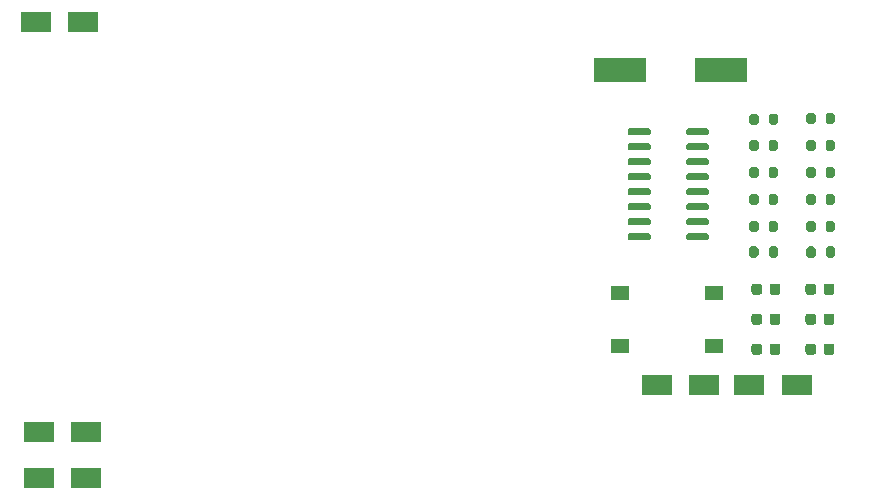
<source format=gbr>
%TF.GenerationSoftware,KiCad,Pcbnew,(5.1.10)-1*%
%TF.CreationDate,2021-10-27T22:41:58+01:00*%
%TF.ProjectId,flowcontrol,666c6f77-636f-46e7-9472-6f6c2e6b6963,rev?*%
%TF.SameCoordinates,Original*%
%TF.FileFunction,Paste,Top*%
%TF.FilePolarity,Positive*%
%FSLAX46Y46*%
G04 Gerber Fmt 4.6, Leading zero omitted, Abs format (unit mm)*
G04 Created by KiCad (PCBNEW (5.1.10)-1) date 2021-10-27 22:41:58*
%MOMM*%
%LPD*%
G01*
G04 APERTURE LIST*
%ADD10R,1.550000X1.300000*%
%ADD11R,2.500000X1.800000*%
%ADD12R,4.500000X2.000000*%
G04 APERTURE END LIST*
%TO.C,R12*%
G36*
G01*
X170288000Y-84349000D02*
X170288000Y-83799000D01*
G75*
G02*
X170488000Y-83599000I200000J0D01*
G01*
X170888000Y-83599000D01*
G75*
G02*
X171088000Y-83799000I0J-200000D01*
G01*
X171088000Y-84349000D01*
G75*
G02*
X170888000Y-84549000I-200000J0D01*
G01*
X170488000Y-84549000D01*
G75*
G02*
X170288000Y-84349000I0J200000D01*
G01*
G37*
G36*
G01*
X168638000Y-84349000D02*
X168638000Y-83799000D01*
G75*
G02*
X168838000Y-83599000I200000J0D01*
G01*
X169238000Y-83599000D01*
G75*
G02*
X169438000Y-83799000I0J-200000D01*
G01*
X169438000Y-84349000D01*
G75*
G02*
X169238000Y-84549000I-200000J0D01*
G01*
X168838000Y-84549000D01*
G75*
G02*
X168638000Y-84349000I0J200000D01*
G01*
G37*
%TD*%
%TO.C,R11*%
G36*
G01*
X165462000Y-84411000D02*
X165462000Y-83861000D01*
G75*
G02*
X165662000Y-83661000I200000J0D01*
G01*
X166062000Y-83661000D01*
G75*
G02*
X166262000Y-83861000I0J-200000D01*
G01*
X166262000Y-84411000D01*
G75*
G02*
X166062000Y-84611000I-200000J0D01*
G01*
X165662000Y-84611000D01*
G75*
G02*
X165462000Y-84411000I0J200000D01*
G01*
G37*
G36*
G01*
X163812000Y-84411000D02*
X163812000Y-83861000D01*
G75*
G02*
X164012000Y-83661000I200000J0D01*
G01*
X164412000Y-83661000D01*
G75*
G02*
X164612000Y-83861000I0J-200000D01*
G01*
X164612000Y-84411000D01*
G75*
G02*
X164412000Y-84611000I-200000J0D01*
G01*
X164012000Y-84611000D01*
G75*
G02*
X163812000Y-84411000I0J200000D01*
G01*
G37*
%TD*%
%TO.C,R10*%
G36*
G01*
X165462000Y-86635000D02*
X165462000Y-86085000D01*
G75*
G02*
X165662000Y-85885000I200000J0D01*
G01*
X166062000Y-85885000D01*
G75*
G02*
X166262000Y-86085000I0J-200000D01*
G01*
X166262000Y-86635000D01*
G75*
G02*
X166062000Y-86835000I-200000J0D01*
G01*
X165662000Y-86835000D01*
G75*
G02*
X165462000Y-86635000I0J200000D01*
G01*
G37*
G36*
G01*
X163812000Y-86635000D02*
X163812000Y-86085000D01*
G75*
G02*
X164012000Y-85885000I200000J0D01*
G01*
X164412000Y-85885000D01*
G75*
G02*
X164612000Y-86085000I0J-200000D01*
G01*
X164612000Y-86635000D01*
G75*
G02*
X164412000Y-86835000I-200000J0D01*
G01*
X164012000Y-86835000D01*
G75*
G02*
X163812000Y-86635000I0J200000D01*
G01*
G37*
%TD*%
%TO.C,R9*%
G36*
G01*
X170288000Y-86635000D02*
X170288000Y-86085000D01*
G75*
G02*
X170488000Y-85885000I200000J0D01*
G01*
X170888000Y-85885000D01*
G75*
G02*
X171088000Y-86085000I0J-200000D01*
G01*
X171088000Y-86635000D01*
G75*
G02*
X170888000Y-86835000I-200000J0D01*
G01*
X170488000Y-86835000D01*
G75*
G02*
X170288000Y-86635000I0J200000D01*
G01*
G37*
G36*
G01*
X168638000Y-86635000D02*
X168638000Y-86085000D01*
G75*
G02*
X168838000Y-85885000I200000J0D01*
G01*
X169238000Y-85885000D01*
G75*
G02*
X169438000Y-86085000I0J-200000D01*
G01*
X169438000Y-86635000D01*
G75*
G02*
X169238000Y-86835000I-200000J0D01*
G01*
X168838000Y-86835000D01*
G75*
G02*
X168638000Y-86635000I0J200000D01*
G01*
G37*
%TD*%
D10*
%TO.C,SW1*%
X160806000Y-103362000D03*
X160806000Y-98862000D03*
X152856000Y-98862000D03*
X152856000Y-103362000D03*
%TD*%
%TO.C,C6*%
G36*
G01*
X168572000Y-103870000D02*
X168572000Y-103370000D01*
G75*
G02*
X168797000Y-103145000I225000J0D01*
G01*
X169247000Y-103145000D01*
G75*
G02*
X169472000Y-103370000I0J-225000D01*
G01*
X169472000Y-103870000D01*
G75*
G02*
X169247000Y-104095000I-225000J0D01*
G01*
X168797000Y-104095000D01*
G75*
G02*
X168572000Y-103870000I0J225000D01*
G01*
G37*
G36*
G01*
X170122000Y-103870000D02*
X170122000Y-103370000D01*
G75*
G02*
X170347000Y-103145000I225000J0D01*
G01*
X170797000Y-103145000D01*
G75*
G02*
X171022000Y-103370000I0J-225000D01*
G01*
X171022000Y-103870000D01*
G75*
G02*
X170797000Y-104095000I-225000J0D01*
G01*
X170347000Y-104095000D01*
G75*
G02*
X170122000Y-103870000I0J225000D01*
G01*
G37*
%TD*%
%TO.C,C4*%
G36*
G01*
X168572000Y-98790000D02*
X168572000Y-98290000D01*
G75*
G02*
X168797000Y-98065000I225000J0D01*
G01*
X169247000Y-98065000D01*
G75*
G02*
X169472000Y-98290000I0J-225000D01*
G01*
X169472000Y-98790000D01*
G75*
G02*
X169247000Y-99015000I-225000J0D01*
G01*
X168797000Y-99015000D01*
G75*
G02*
X168572000Y-98790000I0J225000D01*
G01*
G37*
G36*
G01*
X170122000Y-98790000D02*
X170122000Y-98290000D01*
G75*
G02*
X170347000Y-98065000I225000J0D01*
G01*
X170797000Y-98065000D01*
G75*
G02*
X171022000Y-98290000I0J-225000D01*
G01*
X171022000Y-98790000D01*
G75*
G02*
X170797000Y-99015000I-225000J0D01*
G01*
X170347000Y-99015000D01*
G75*
G02*
X170122000Y-98790000I0J225000D01*
G01*
G37*
%TD*%
%TO.C,R5*%
G36*
G01*
X165450000Y-95667000D02*
X165450000Y-95117000D01*
G75*
G02*
X165650000Y-94917000I200000J0D01*
G01*
X166050000Y-94917000D01*
G75*
G02*
X166250000Y-95117000I0J-200000D01*
G01*
X166250000Y-95667000D01*
G75*
G02*
X166050000Y-95867000I-200000J0D01*
G01*
X165650000Y-95867000D01*
G75*
G02*
X165450000Y-95667000I0J200000D01*
G01*
G37*
G36*
G01*
X163800000Y-95667000D02*
X163800000Y-95117000D01*
G75*
G02*
X164000000Y-94917000I200000J0D01*
G01*
X164400000Y-94917000D01*
G75*
G02*
X164600000Y-95117000I0J-200000D01*
G01*
X164600000Y-95667000D01*
G75*
G02*
X164400000Y-95867000I-200000J0D01*
G01*
X164000000Y-95867000D01*
G75*
G02*
X163800000Y-95667000I0J200000D01*
G01*
G37*
%TD*%
%TO.C,R6*%
G36*
G01*
X168638000Y-95667000D02*
X168638000Y-95117000D01*
G75*
G02*
X168838000Y-94917000I200000J0D01*
G01*
X169238000Y-94917000D01*
G75*
G02*
X169438000Y-95117000I0J-200000D01*
G01*
X169438000Y-95667000D01*
G75*
G02*
X169238000Y-95867000I-200000J0D01*
G01*
X168838000Y-95867000D01*
G75*
G02*
X168638000Y-95667000I0J200000D01*
G01*
G37*
G36*
G01*
X170288000Y-95667000D02*
X170288000Y-95117000D01*
G75*
G02*
X170488000Y-94917000I200000J0D01*
G01*
X170888000Y-94917000D01*
G75*
G02*
X171088000Y-95117000I0J-200000D01*
G01*
X171088000Y-95667000D01*
G75*
G02*
X170888000Y-95867000I-200000J0D01*
G01*
X170488000Y-95867000D01*
G75*
G02*
X170288000Y-95667000I0J200000D01*
G01*
G37*
%TD*%
D11*
%TO.C,D1*%
X156020000Y-106680000D03*
X160020000Y-106680000D03*
%TD*%
%TO.C,D2*%
X167830000Y-106680000D03*
X163830000Y-106680000D03*
%TD*%
%TO.C,R4*%
G36*
G01*
X165462000Y-91207000D02*
X165462000Y-90657000D01*
G75*
G02*
X165662000Y-90457000I200000J0D01*
G01*
X166062000Y-90457000D01*
G75*
G02*
X166262000Y-90657000I0J-200000D01*
G01*
X166262000Y-91207000D01*
G75*
G02*
X166062000Y-91407000I-200000J0D01*
G01*
X165662000Y-91407000D01*
G75*
G02*
X165462000Y-91207000I0J200000D01*
G01*
G37*
G36*
G01*
X163812000Y-91207000D02*
X163812000Y-90657000D01*
G75*
G02*
X164012000Y-90457000I200000J0D01*
G01*
X164412000Y-90457000D01*
G75*
G02*
X164612000Y-90657000I0J-200000D01*
G01*
X164612000Y-91207000D01*
G75*
G02*
X164412000Y-91407000I-200000J0D01*
G01*
X164012000Y-91407000D01*
G75*
G02*
X163812000Y-91207000I0J200000D01*
G01*
G37*
%TD*%
%TO.C,R7*%
G36*
G01*
X165462000Y-93493000D02*
X165462000Y-92943000D01*
G75*
G02*
X165662000Y-92743000I200000J0D01*
G01*
X166062000Y-92743000D01*
G75*
G02*
X166262000Y-92943000I0J-200000D01*
G01*
X166262000Y-93493000D01*
G75*
G02*
X166062000Y-93693000I-200000J0D01*
G01*
X165662000Y-93693000D01*
G75*
G02*
X165462000Y-93493000I0J200000D01*
G01*
G37*
G36*
G01*
X163812000Y-93493000D02*
X163812000Y-92943000D01*
G75*
G02*
X164012000Y-92743000I200000J0D01*
G01*
X164412000Y-92743000D01*
G75*
G02*
X164612000Y-92943000I0J-200000D01*
G01*
X164612000Y-93493000D01*
G75*
G02*
X164412000Y-93693000I-200000J0D01*
G01*
X164012000Y-93693000D01*
G75*
G02*
X163812000Y-93493000I0J200000D01*
G01*
G37*
%TD*%
%TO.C,C3*%
G36*
G01*
X164000000Y-103870000D02*
X164000000Y-103370000D01*
G75*
G02*
X164225000Y-103145000I225000J0D01*
G01*
X164675000Y-103145000D01*
G75*
G02*
X164900000Y-103370000I0J-225000D01*
G01*
X164900000Y-103870000D01*
G75*
G02*
X164675000Y-104095000I-225000J0D01*
G01*
X164225000Y-104095000D01*
G75*
G02*
X164000000Y-103870000I0J225000D01*
G01*
G37*
G36*
G01*
X165550000Y-103870000D02*
X165550000Y-103370000D01*
G75*
G02*
X165775000Y-103145000I225000J0D01*
G01*
X166225000Y-103145000D01*
G75*
G02*
X166450000Y-103370000I0J-225000D01*
G01*
X166450000Y-103870000D01*
G75*
G02*
X166225000Y-104095000I-225000J0D01*
G01*
X165775000Y-104095000D01*
G75*
G02*
X165550000Y-103870000I0J225000D01*
G01*
G37*
%TD*%
%TO.C,R2*%
G36*
G01*
X165462000Y-88921000D02*
X165462000Y-88371000D01*
G75*
G02*
X165662000Y-88171000I200000J0D01*
G01*
X166062000Y-88171000D01*
G75*
G02*
X166262000Y-88371000I0J-200000D01*
G01*
X166262000Y-88921000D01*
G75*
G02*
X166062000Y-89121000I-200000J0D01*
G01*
X165662000Y-89121000D01*
G75*
G02*
X165462000Y-88921000I0J200000D01*
G01*
G37*
G36*
G01*
X163812000Y-88921000D02*
X163812000Y-88371000D01*
G75*
G02*
X164012000Y-88171000I200000J0D01*
G01*
X164412000Y-88171000D01*
G75*
G02*
X164612000Y-88371000I0J-200000D01*
G01*
X164612000Y-88921000D01*
G75*
G02*
X164412000Y-89121000I-200000J0D01*
G01*
X164012000Y-89121000D01*
G75*
G02*
X163812000Y-88921000I0J200000D01*
G01*
G37*
%TD*%
%TO.C,C1*%
G36*
G01*
X164000000Y-98790000D02*
X164000000Y-98290000D01*
G75*
G02*
X164225000Y-98065000I225000J0D01*
G01*
X164675000Y-98065000D01*
G75*
G02*
X164900000Y-98290000I0J-225000D01*
G01*
X164900000Y-98790000D01*
G75*
G02*
X164675000Y-99015000I-225000J0D01*
G01*
X164225000Y-99015000D01*
G75*
G02*
X164000000Y-98790000I0J225000D01*
G01*
G37*
G36*
G01*
X165550000Y-98790000D02*
X165550000Y-98290000D01*
G75*
G02*
X165775000Y-98065000I225000J0D01*
G01*
X166225000Y-98065000D01*
G75*
G02*
X166450000Y-98290000I0J-225000D01*
G01*
X166450000Y-98790000D01*
G75*
G02*
X166225000Y-99015000I-225000J0D01*
G01*
X165775000Y-99015000D01*
G75*
G02*
X165550000Y-98790000I0J225000D01*
G01*
G37*
%TD*%
%TO.C,C5*%
G36*
G01*
X170122000Y-101330000D02*
X170122000Y-100830000D01*
G75*
G02*
X170347000Y-100605000I225000J0D01*
G01*
X170797000Y-100605000D01*
G75*
G02*
X171022000Y-100830000I0J-225000D01*
G01*
X171022000Y-101330000D01*
G75*
G02*
X170797000Y-101555000I-225000J0D01*
G01*
X170347000Y-101555000D01*
G75*
G02*
X170122000Y-101330000I0J225000D01*
G01*
G37*
G36*
G01*
X168572000Y-101330000D02*
X168572000Y-100830000D01*
G75*
G02*
X168797000Y-100605000I225000J0D01*
G01*
X169247000Y-100605000D01*
G75*
G02*
X169472000Y-100830000I0J-225000D01*
G01*
X169472000Y-101330000D01*
G75*
G02*
X169247000Y-101555000I-225000J0D01*
G01*
X168797000Y-101555000D01*
G75*
G02*
X168572000Y-101330000I0J225000D01*
G01*
G37*
%TD*%
%TO.C,C2*%
G36*
G01*
X165550000Y-101330000D02*
X165550000Y-100830000D01*
G75*
G02*
X165775000Y-100605000I225000J0D01*
G01*
X166225000Y-100605000D01*
G75*
G02*
X166450000Y-100830000I0J-225000D01*
G01*
X166450000Y-101330000D01*
G75*
G02*
X166225000Y-101555000I-225000J0D01*
G01*
X165775000Y-101555000D01*
G75*
G02*
X165550000Y-101330000I0J225000D01*
G01*
G37*
G36*
G01*
X164000000Y-101330000D02*
X164000000Y-100830000D01*
G75*
G02*
X164225000Y-100605000I225000J0D01*
G01*
X164675000Y-100605000D01*
G75*
G02*
X164900000Y-100830000I0J-225000D01*
G01*
X164900000Y-101330000D01*
G75*
G02*
X164675000Y-101555000I-225000J0D01*
G01*
X164225000Y-101555000D01*
G75*
G02*
X164000000Y-101330000I0J225000D01*
G01*
G37*
%TD*%
%TO.C,D5*%
X103696000Y-110632000D03*
X107696000Y-110632000D03*
%TD*%
%TO.C,D3*%
X103696000Y-114554000D03*
X107696000Y-114554000D03*
%TD*%
%TO.C,U2*%
G36*
G01*
X153522000Y-85367000D02*
X153522000Y-85067000D01*
G75*
G02*
X153672000Y-84917000I150000J0D01*
G01*
X155322000Y-84917000D01*
G75*
G02*
X155472000Y-85067000I0J-150000D01*
G01*
X155472000Y-85367000D01*
G75*
G02*
X155322000Y-85517000I-150000J0D01*
G01*
X153672000Y-85517000D01*
G75*
G02*
X153522000Y-85367000I0J150000D01*
G01*
G37*
G36*
G01*
X153522000Y-86637000D02*
X153522000Y-86337000D01*
G75*
G02*
X153672000Y-86187000I150000J0D01*
G01*
X155322000Y-86187000D01*
G75*
G02*
X155472000Y-86337000I0J-150000D01*
G01*
X155472000Y-86637000D01*
G75*
G02*
X155322000Y-86787000I-150000J0D01*
G01*
X153672000Y-86787000D01*
G75*
G02*
X153522000Y-86637000I0J150000D01*
G01*
G37*
G36*
G01*
X153522000Y-87907000D02*
X153522000Y-87607000D01*
G75*
G02*
X153672000Y-87457000I150000J0D01*
G01*
X155322000Y-87457000D01*
G75*
G02*
X155472000Y-87607000I0J-150000D01*
G01*
X155472000Y-87907000D01*
G75*
G02*
X155322000Y-88057000I-150000J0D01*
G01*
X153672000Y-88057000D01*
G75*
G02*
X153522000Y-87907000I0J150000D01*
G01*
G37*
G36*
G01*
X153522000Y-89177000D02*
X153522000Y-88877000D01*
G75*
G02*
X153672000Y-88727000I150000J0D01*
G01*
X155322000Y-88727000D01*
G75*
G02*
X155472000Y-88877000I0J-150000D01*
G01*
X155472000Y-89177000D01*
G75*
G02*
X155322000Y-89327000I-150000J0D01*
G01*
X153672000Y-89327000D01*
G75*
G02*
X153522000Y-89177000I0J150000D01*
G01*
G37*
G36*
G01*
X153522000Y-90447000D02*
X153522000Y-90147000D01*
G75*
G02*
X153672000Y-89997000I150000J0D01*
G01*
X155322000Y-89997000D01*
G75*
G02*
X155472000Y-90147000I0J-150000D01*
G01*
X155472000Y-90447000D01*
G75*
G02*
X155322000Y-90597000I-150000J0D01*
G01*
X153672000Y-90597000D01*
G75*
G02*
X153522000Y-90447000I0J150000D01*
G01*
G37*
G36*
G01*
X153522000Y-91717000D02*
X153522000Y-91417000D01*
G75*
G02*
X153672000Y-91267000I150000J0D01*
G01*
X155322000Y-91267000D01*
G75*
G02*
X155472000Y-91417000I0J-150000D01*
G01*
X155472000Y-91717000D01*
G75*
G02*
X155322000Y-91867000I-150000J0D01*
G01*
X153672000Y-91867000D01*
G75*
G02*
X153522000Y-91717000I0J150000D01*
G01*
G37*
G36*
G01*
X153522000Y-92987000D02*
X153522000Y-92687000D01*
G75*
G02*
X153672000Y-92537000I150000J0D01*
G01*
X155322000Y-92537000D01*
G75*
G02*
X155472000Y-92687000I0J-150000D01*
G01*
X155472000Y-92987000D01*
G75*
G02*
X155322000Y-93137000I-150000J0D01*
G01*
X153672000Y-93137000D01*
G75*
G02*
X153522000Y-92987000I0J150000D01*
G01*
G37*
G36*
G01*
X153522000Y-94257000D02*
X153522000Y-93957000D01*
G75*
G02*
X153672000Y-93807000I150000J0D01*
G01*
X155322000Y-93807000D01*
G75*
G02*
X155472000Y-93957000I0J-150000D01*
G01*
X155472000Y-94257000D01*
G75*
G02*
X155322000Y-94407000I-150000J0D01*
G01*
X153672000Y-94407000D01*
G75*
G02*
X153522000Y-94257000I0J150000D01*
G01*
G37*
G36*
G01*
X158472000Y-94257000D02*
X158472000Y-93957000D01*
G75*
G02*
X158622000Y-93807000I150000J0D01*
G01*
X160272000Y-93807000D01*
G75*
G02*
X160422000Y-93957000I0J-150000D01*
G01*
X160422000Y-94257000D01*
G75*
G02*
X160272000Y-94407000I-150000J0D01*
G01*
X158622000Y-94407000D01*
G75*
G02*
X158472000Y-94257000I0J150000D01*
G01*
G37*
G36*
G01*
X158472000Y-92987000D02*
X158472000Y-92687000D01*
G75*
G02*
X158622000Y-92537000I150000J0D01*
G01*
X160272000Y-92537000D01*
G75*
G02*
X160422000Y-92687000I0J-150000D01*
G01*
X160422000Y-92987000D01*
G75*
G02*
X160272000Y-93137000I-150000J0D01*
G01*
X158622000Y-93137000D01*
G75*
G02*
X158472000Y-92987000I0J150000D01*
G01*
G37*
G36*
G01*
X158472000Y-91717000D02*
X158472000Y-91417000D01*
G75*
G02*
X158622000Y-91267000I150000J0D01*
G01*
X160272000Y-91267000D01*
G75*
G02*
X160422000Y-91417000I0J-150000D01*
G01*
X160422000Y-91717000D01*
G75*
G02*
X160272000Y-91867000I-150000J0D01*
G01*
X158622000Y-91867000D01*
G75*
G02*
X158472000Y-91717000I0J150000D01*
G01*
G37*
G36*
G01*
X158472000Y-90447000D02*
X158472000Y-90147000D01*
G75*
G02*
X158622000Y-89997000I150000J0D01*
G01*
X160272000Y-89997000D01*
G75*
G02*
X160422000Y-90147000I0J-150000D01*
G01*
X160422000Y-90447000D01*
G75*
G02*
X160272000Y-90597000I-150000J0D01*
G01*
X158622000Y-90597000D01*
G75*
G02*
X158472000Y-90447000I0J150000D01*
G01*
G37*
G36*
G01*
X158472000Y-89177000D02*
X158472000Y-88877000D01*
G75*
G02*
X158622000Y-88727000I150000J0D01*
G01*
X160272000Y-88727000D01*
G75*
G02*
X160422000Y-88877000I0J-150000D01*
G01*
X160422000Y-89177000D01*
G75*
G02*
X160272000Y-89327000I-150000J0D01*
G01*
X158622000Y-89327000D01*
G75*
G02*
X158472000Y-89177000I0J150000D01*
G01*
G37*
G36*
G01*
X158472000Y-87907000D02*
X158472000Y-87607000D01*
G75*
G02*
X158622000Y-87457000I150000J0D01*
G01*
X160272000Y-87457000D01*
G75*
G02*
X160422000Y-87607000I0J-150000D01*
G01*
X160422000Y-87907000D01*
G75*
G02*
X160272000Y-88057000I-150000J0D01*
G01*
X158622000Y-88057000D01*
G75*
G02*
X158472000Y-87907000I0J150000D01*
G01*
G37*
G36*
G01*
X158472000Y-86637000D02*
X158472000Y-86337000D01*
G75*
G02*
X158622000Y-86187000I150000J0D01*
G01*
X160272000Y-86187000D01*
G75*
G02*
X160422000Y-86337000I0J-150000D01*
G01*
X160422000Y-86637000D01*
G75*
G02*
X160272000Y-86787000I-150000J0D01*
G01*
X158622000Y-86787000D01*
G75*
G02*
X158472000Y-86637000I0J150000D01*
G01*
G37*
G36*
G01*
X158472000Y-85367000D02*
X158472000Y-85067000D01*
G75*
G02*
X158622000Y-84917000I150000J0D01*
G01*
X160272000Y-84917000D01*
G75*
G02*
X160422000Y-85067000I0J-150000D01*
G01*
X160422000Y-85367000D01*
G75*
G02*
X160272000Y-85517000I-150000J0D01*
G01*
X158622000Y-85517000D01*
G75*
G02*
X158472000Y-85367000I0J150000D01*
G01*
G37*
%TD*%
%TO.C,R1*%
G36*
G01*
X168638000Y-88921000D02*
X168638000Y-88371000D01*
G75*
G02*
X168838000Y-88171000I200000J0D01*
G01*
X169238000Y-88171000D01*
G75*
G02*
X169438000Y-88371000I0J-200000D01*
G01*
X169438000Y-88921000D01*
G75*
G02*
X169238000Y-89121000I-200000J0D01*
G01*
X168838000Y-89121000D01*
G75*
G02*
X168638000Y-88921000I0J200000D01*
G01*
G37*
G36*
G01*
X170288000Y-88921000D02*
X170288000Y-88371000D01*
G75*
G02*
X170488000Y-88171000I200000J0D01*
G01*
X170888000Y-88171000D01*
G75*
G02*
X171088000Y-88371000I0J-200000D01*
G01*
X171088000Y-88921000D01*
G75*
G02*
X170888000Y-89121000I-200000J0D01*
G01*
X170488000Y-89121000D01*
G75*
G02*
X170288000Y-88921000I0J200000D01*
G01*
G37*
%TD*%
D12*
%TO.C,Y1*%
X161408000Y-80010000D03*
X152908000Y-80010000D03*
%TD*%
%TO.C,R3*%
G36*
G01*
X168638000Y-91207000D02*
X168638000Y-90657000D01*
G75*
G02*
X168838000Y-90457000I200000J0D01*
G01*
X169238000Y-90457000D01*
G75*
G02*
X169438000Y-90657000I0J-200000D01*
G01*
X169438000Y-91207000D01*
G75*
G02*
X169238000Y-91407000I-200000J0D01*
G01*
X168838000Y-91407000D01*
G75*
G02*
X168638000Y-91207000I0J200000D01*
G01*
G37*
G36*
G01*
X170288000Y-91207000D02*
X170288000Y-90657000D01*
G75*
G02*
X170488000Y-90457000I200000J0D01*
G01*
X170888000Y-90457000D01*
G75*
G02*
X171088000Y-90657000I0J-200000D01*
G01*
X171088000Y-91207000D01*
G75*
G02*
X170888000Y-91407000I-200000J0D01*
G01*
X170488000Y-91407000D01*
G75*
G02*
X170288000Y-91207000I0J200000D01*
G01*
G37*
%TD*%
%TO.C,R8*%
G36*
G01*
X168638000Y-93493000D02*
X168638000Y-92943000D01*
G75*
G02*
X168838000Y-92743000I200000J0D01*
G01*
X169238000Y-92743000D01*
G75*
G02*
X169438000Y-92943000I0J-200000D01*
G01*
X169438000Y-93493000D01*
G75*
G02*
X169238000Y-93693000I-200000J0D01*
G01*
X168838000Y-93693000D01*
G75*
G02*
X168638000Y-93493000I0J200000D01*
G01*
G37*
G36*
G01*
X170288000Y-93493000D02*
X170288000Y-92943000D01*
G75*
G02*
X170488000Y-92743000I200000J0D01*
G01*
X170888000Y-92743000D01*
G75*
G02*
X171088000Y-92943000I0J-200000D01*
G01*
X171088000Y-93493000D01*
G75*
G02*
X170888000Y-93693000I-200000J0D01*
G01*
X170488000Y-93693000D01*
G75*
G02*
X170288000Y-93493000I0J200000D01*
G01*
G37*
%TD*%
D11*
%TO.C,D4*%
X107410000Y-75946000D03*
X103410000Y-75946000D03*
%TD*%
M02*

</source>
